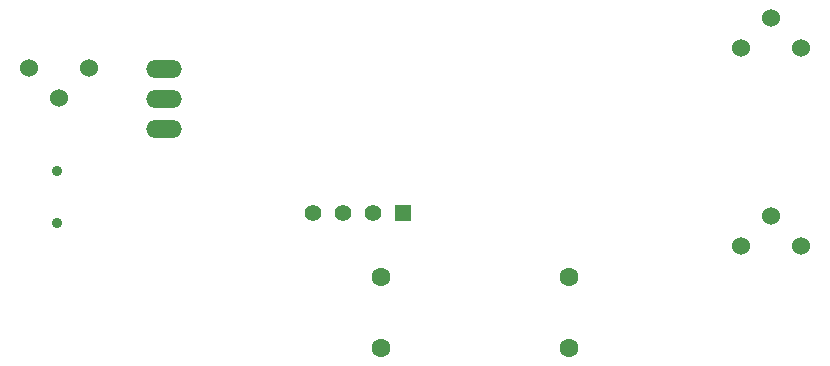
<source format=gbs>
%FSLAX34Y34*%
G04 Gerber Fmt 3.4, Leading zero omitted, Abs format*
G04 (created by PCBNEW (2014-03-19 BZR 4756)-product) date Thu 12 Jun 2014 08:54:00 PM AKDT*
%MOIN*%
G01*
G70*
G90*
G04 APERTURE LIST*
%ADD10C,0.005906*%
%ADD11O,0.118700X0.059300*%
%ADD12C,0.062992*%
%ADD13C,0.035400*%
%ADD14R,0.055000X0.055000*%
%ADD15C,0.055000*%
%ADD16C,0.060000*%
G04 APERTURE END LIST*
G54D10*
G54D11*
X50250Y-42200D03*
X50250Y-41200D03*
X50250Y-40200D03*
G54D12*
X57500Y-47118D03*
X57500Y-49481D03*
X63750Y-47118D03*
X63750Y-49481D03*
G54D13*
X46685Y-43584D03*
X46685Y-45316D03*
G54D14*
X58225Y-44975D03*
G54D15*
X57225Y-44975D03*
X56225Y-44975D03*
X55225Y-44975D03*
G54D16*
X70500Y-38480D03*
X71500Y-39480D03*
X69500Y-39480D03*
X70500Y-45080D03*
X71500Y-46080D03*
X69500Y-46080D03*
X46750Y-41150D03*
X45750Y-40150D03*
X47750Y-40150D03*
M02*

</source>
